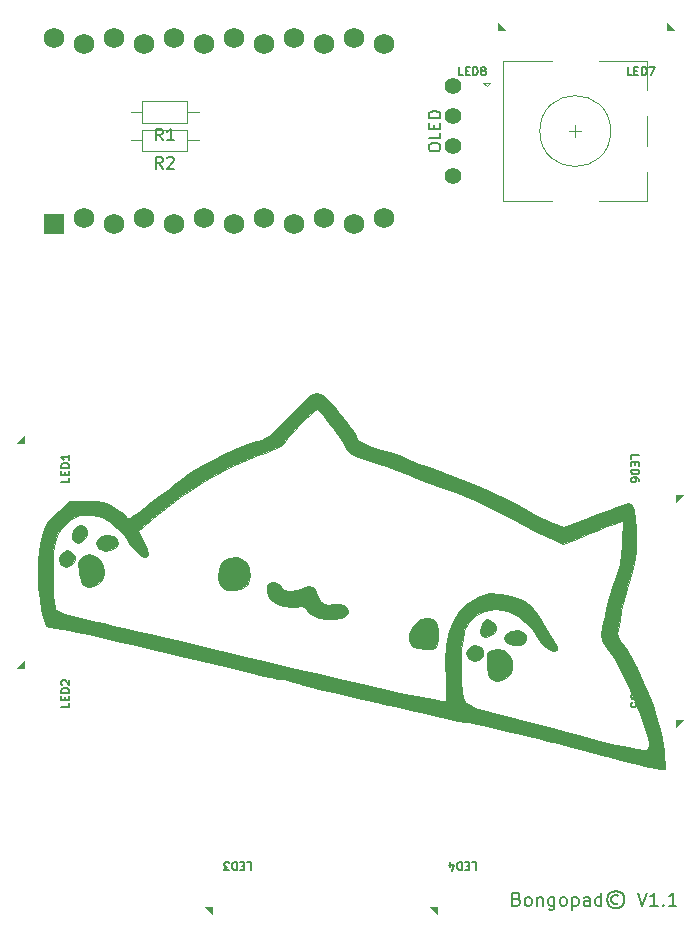
<source format=gbr>
%TF.GenerationSoftware,KiCad,Pcbnew,9.0.3*%
%TF.CreationDate,2025-07-17T06:47:07+08:00*%
%TF.ProjectId,bongopad,626f6e67-6f70-4616-942e-6b696361645f,v1.1*%
%TF.SameCoordinates,Original*%
%TF.FileFunction,Legend,Top*%
%TF.FilePolarity,Positive*%
%FSLAX46Y46*%
G04 Gerber Fmt 4.6, Leading zero omitted, Abs format (unit mm)*
G04 Created by KiCad (PCBNEW 9.0.3) date 2025-07-17 06:47:07*
%MOMM*%
%LPD*%
G01*
G04 APERTURE LIST*
%ADD10C,0.200000*%
%ADD11C,0.150000*%
%ADD12C,0.010000*%
%ADD13C,0.100000*%
%ADD14C,0.120000*%
%ADD15C,1.397000*%
%ADD16R,1.752600X1.752600*%
%ADD17C,1.752600*%
G04 APERTURE END LIST*
D10*
X165696131Y-142003540D02*
X165853274Y-142055921D01*
X165853274Y-142055921D02*
X165905655Y-142108302D01*
X165905655Y-142108302D02*
X165958036Y-142213064D01*
X165958036Y-142213064D02*
X165958036Y-142370207D01*
X165958036Y-142370207D02*
X165905655Y-142474969D01*
X165905655Y-142474969D02*
X165853274Y-142527350D01*
X165853274Y-142527350D02*
X165748512Y-142579730D01*
X165748512Y-142579730D02*
X165329464Y-142579730D01*
X165329464Y-142579730D02*
X165329464Y-141479730D01*
X165329464Y-141479730D02*
X165696131Y-141479730D01*
X165696131Y-141479730D02*
X165800893Y-141532111D01*
X165800893Y-141532111D02*
X165853274Y-141584492D01*
X165853274Y-141584492D02*
X165905655Y-141689254D01*
X165905655Y-141689254D02*
X165905655Y-141794016D01*
X165905655Y-141794016D02*
X165853274Y-141898778D01*
X165853274Y-141898778D02*
X165800893Y-141951159D01*
X165800893Y-141951159D02*
X165696131Y-142003540D01*
X165696131Y-142003540D02*
X165329464Y-142003540D01*
X166586607Y-142579730D02*
X166481845Y-142527350D01*
X166481845Y-142527350D02*
X166429464Y-142474969D01*
X166429464Y-142474969D02*
X166377083Y-142370207D01*
X166377083Y-142370207D02*
X166377083Y-142055921D01*
X166377083Y-142055921D02*
X166429464Y-141951159D01*
X166429464Y-141951159D02*
X166481845Y-141898778D01*
X166481845Y-141898778D02*
X166586607Y-141846397D01*
X166586607Y-141846397D02*
X166743750Y-141846397D01*
X166743750Y-141846397D02*
X166848512Y-141898778D01*
X166848512Y-141898778D02*
X166900893Y-141951159D01*
X166900893Y-141951159D02*
X166953274Y-142055921D01*
X166953274Y-142055921D02*
X166953274Y-142370207D01*
X166953274Y-142370207D02*
X166900893Y-142474969D01*
X166900893Y-142474969D02*
X166848512Y-142527350D01*
X166848512Y-142527350D02*
X166743750Y-142579730D01*
X166743750Y-142579730D02*
X166586607Y-142579730D01*
X167424702Y-141846397D02*
X167424702Y-142579730D01*
X167424702Y-141951159D02*
X167477083Y-141898778D01*
X167477083Y-141898778D02*
X167581845Y-141846397D01*
X167581845Y-141846397D02*
X167738988Y-141846397D01*
X167738988Y-141846397D02*
X167843750Y-141898778D01*
X167843750Y-141898778D02*
X167896131Y-142003540D01*
X167896131Y-142003540D02*
X167896131Y-142579730D01*
X168891369Y-141846397D02*
X168891369Y-142736873D01*
X168891369Y-142736873D02*
X168838988Y-142841635D01*
X168838988Y-142841635D02*
X168786607Y-142894016D01*
X168786607Y-142894016D02*
X168681845Y-142946397D01*
X168681845Y-142946397D02*
X168524702Y-142946397D01*
X168524702Y-142946397D02*
X168419940Y-142894016D01*
X168891369Y-142527350D02*
X168786607Y-142579730D01*
X168786607Y-142579730D02*
X168577083Y-142579730D01*
X168577083Y-142579730D02*
X168472321Y-142527350D01*
X168472321Y-142527350D02*
X168419940Y-142474969D01*
X168419940Y-142474969D02*
X168367559Y-142370207D01*
X168367559Y-142370207D02*
X168367559Y-142055921D01*
X168367559Y-142055921D02*
X168419940Y-141951159D01*
X168419940Y-141951159D02*
X168472321Y-141898778D01*
X168472321Y-141898778D02*
X168577083Y-141846397D01*
X168577083Y-141846397D02*
X168786607Y-141846397D01*
X168786607Y-141846397D02*
X168891369Y-141898778D01*
X169572321Y-142579730D02*
X169467559Y-142527350D01*
X169467559Y-142527350D02*
X169415178Y-142474969D01*
X169415178Y-142474969D02*
X169362797Y-142370207D01*
X169362797Y-142370207D02*
X169362797Y-142055921D01*
X169362797Y-142055921D02*
X169415178Y-141951159D01*
X169415178Y-141951159D02*
X169467559Y-141898778D01*
X169467559Y-141898778D02*
X169572321Y-141846397D01*
X169572321Y-141846397D02*
X169729464Y-141846397D01*
X169729464Y-141846397D02*
X169834226Y-141898778D01*
X169834226Y-141898778D02*
X169886607Y-141951159D01*
X169886607Y-141951159D02*
X169938988Y-142055921D01*
X169938988Y-142055921D02*
X169938988Y-142370207D01*
X169938988Y-142370207D02*
X169886607Y-142474969D01*
X169886607Y-142474969D02*
X169834226Y-142527350D01*
X169834226Y-142527350D02*
X169729464Y-142579730D01*
X169729464Y-142579730D02*
X169572321Y-142579730D01*
X170410416Y-141846397D02*
X170410416Y-142946397D01*
X170410416Y-141898778D02*
X170515178Y-141846397D01*
X170515178Y-141846397D02*
X170724702Y-141846397D01*
X170724702Y-141846397D02*
X170829464Y-141898778D01*
X170829464Y-141898778D02*
X170881845Y-141951159D01*
X170881845Y-141951159D02*
X170934226Y-142055921D01*
X170934226Y-142055921D02*
X170934226Y-142370207D01*
X170934226Y-142370207D02*
X170881845Y-142474969D01*
X170881845Y-142474969D02*
X170829464Y-142527350D01*
X170829464Y-142527350D02*
X170724702Y-142579730D01*
X170724702Y-142579730D02*
X170515178Y-142579730D01*
X170515178Y-142579730D02*
X170410416Y-142527350D01*
X171877083Y-142579730D02*
X171877083Y-142003540D01*
X171877083Y-142003540D02*
X171824702Y-141898778D01*
X171824702Y-141898778D02*
X171719940Y-141846397D01*
X171719940Y-141846397D02*
X171510416Y-141846397D01*
X171510416Y-141846397D02*
X171405654Y-141898778D01*
X171877083Y-142527350D02*
X171772321Y-142579730D01*
X171772321Y-142579730D02*
X171510416Y-142579730D01*
X171510416Y-142579730D02*
X171405654Y-142527350D01*
X171405654Y-142527350D02*
X171353273Y-142422588D01*
X171353273Y-142422588D02*
X171353273Y-142317826D01*
X171353273Y-142317826D02*
X171405654Y-142213064D01*
X171405654Y-142213064D02*
X171510416Y-142160683D01*
X171510416Y-142160683D02*
X171772321Y-142160683D01*
X171772321Y-142160683D02*
X171877083Y-142108302D01*
X172872321Y-142579730D02*
X172872321Y-141479730D01*
X172872321Y-142527350D02*
X172767559Y-142579730D01*
X172767559Y-142579730D02*
X172558035Y-142579730D01*
X172558035Y-142579730D02*
X172453273Y-142527350D01*
X172453273Y-142527350D02*
X172400892Y-142474969D01*
X172400892Y-142474969D02*
X172348511Y-142370207D01*
X172348511Y-142370207D02*
X172348511Y-142055921D01*
X172348511Y-142055921D02*
X172400892Y-141951159D01*
X172400892Y-141951159D02*
X172453273Y-141898778D01*
X172453273Y-141898778D02*
X172558035Y-141846397D01*
X172558035Y-141846397D02*
X172767559Y-141846397D01*
X172767559Y-141846397D02*
X172872321Y-141898778D01*
X174286606Y-141741635D02*
X174181845Y-141689254D01*
X174181845Y-141689254D02*
X173972321Y-141689254D01*
X173972321Y-141689254D02*
X173867559Y-141741635D01*
X173867559Y-141741635D02*
X173762797Y-141846397D01*
X173762797Y-141846397D02*
X173710416Y-141951159D01*
X173710416Y-141951159D02*
X173710416Y-142160683D01*
X173710416Y-142160683D02*
X173762797Y-142265445D01*
X173762797Y-142265445D02*
X173867559Y-142370207D01*
X173867559Y-142370207D02*
X173972321Y-142422588D01*
X173972321Y-142422588D02*
X174181845Y-142422588D01*
X174181845Y-142422588D02*
X174286606Y-142370207D01*
X174077083Y-141322588D02*
X173815178Y-141374969D01*
X173815178Y-141374969D02*
X173553273Y-141532111D01*
X173553273Y-141532111D02*
X173396130Y-141794016D01*
X173396130Y-141794016D02*
X173343749Y-142055921D01*
X173343749Y-142055921D02*
X173396130Y-142317826D01*
X173396130Y-142317826D02*
X173553273Y-142579730D01*
X173553273Y-142579730D02*
X173815178Y-142736873D01*
X173815178Y-142736873D02*
X174077083Y-142789254D01*
X174077083Y-142789254D02*
X174338987Y-142736873D01*
X174338987Y-142736873D02*
X174600892Y-142579730D01*
X174600892Y-142579730D02*
X174758035Y-142317826D01*
X174758035Y-142317826D02*
X174810416Y-142055921D01*
X174810416Y-142055921D02*
X174758035Y-141794016D01*
X174758035Y-141794016D02*
X174600892Y-141532111D01*
X174600892Y-141532111D02*
X174338987Y-141374969D01*
X174338987Y-141374969D02*
X174077083Y-141322588D01*
X175962796Y-141479730D02*
X176329463Y-142579730D01*
X176329463Y-142579730D02*
X176696130Y-141479730D01*
X177638987Y-142579730D02*
X177010415Y-142579730D01*
X177324701Y-142579730D02*
X177324701Y-141479730D01*
X177324701Y-141479730D02*
X177219939Y-141636873D01*
X177219939Y-141636873D02*
X177115177Y-141741635D01*
X177115177Y-141741635D02*
X177010415Y-141794016D01*
X178110415Y-142474969D02*
X178162796Y-142527350D01*
X178162796Y-142527350D02*
X178110415Y-142579730D01*
X178110415Y-142579730D02*
X178058034Y-142527350D01*
X178058034Y-142527350D02*
X178110415Y-142474969D01*
X178110415Y-142474969D02*
X178110415Y-142579730D01*
X179210416Y-142579730D02*
X178581844Y-142579730D01*
X178896130Y-142579730D02*
X178896130Y-141479730D01*
X178896130Y-141479730D02*
X178791368Y-141636873D01*
X178791368Y-141636873D02*
X178686606Y-141741635D01*
X178686606Y-141741635D02*
X178581844Y-141794016D01*
D11*
X158242319Y-78446130D02*
X158242319Y-78255654D01*
X158242319Y-78255654D02*
X158289938Y-78160416D01*
X158289938Y-78160416D02*
X158385176Y-78065178D01*
X158385176Y-78065178D02*
X158575652Y-78017559D01*
X158575652Y-78017559D02*
X158908985Y-78017559D01*
X158908985Y-78017559D02*
X159099461Y-78065178D01*
X159099461Y-78065178D02*
X159194700Y-78160416D01*
X159194700Y-78160416D02*
X159242319Y-78255654D01*
X159242319Y-78255654D02*
X159242319Y-78446130D01*
X159242319Y-78446130D02*
X159194700Y-78541368D01*
X159194700Y-78541368D02*
X159099461Y-78636606D01*
X159099461Y-78636606D02*
X158908985Y-78684225D01*
X158908985Y-78684225D02*
X158575652Y-78684225D01*
X158575652Y-78684225D02*
X158385176Y-78636606D01*
X158385176Y-78636606D02*
X158289938Y-78541368D01*
X158289938Y-78541368D02*
X158242319Y-78446130D01*
X159242319Y-77112797D02*
X159242319Y-77588987D01*
X159242319Y-77588987D02*
X158242319Y-77588987D01*
X158718509Y-76779463D02*
X158718509Y-76446130D01*
X159242319Y-76303273D02*
X159242319Y-76779463D01*
X159242319Y-76779463D02*
X158242319Y-76779463D01*
X158242319Y-76779463D02*
X158242319Y-76303273D01*
X159242319Y-75874701D02*
X158242319Y-75874701D01*
X158242319Y-75874701D02*
X158242319Y-75636606D01*
X158242319Y-75636606D02*
X158289938Y-75493749D01*
X158289938Y-75493749D02*
X158385176Y-75398511D01*
X158385176Y-75398511D02*
X158480414Y-75350892D01*
X158480414Y-75350892D02*
X158670890Y-75303273D01*
X158670890Y-75303273D02*
X158813747Y-75303273D01*
X158813747Y-75303273D02*
X159004223Y-75350892D01*
X159004223Y-75350892D02*
X159099461Y-75398511D01*
X159099461Y-75398511D02*
X159194700Y-75493749D01*
X159194700Y-75493749D02*
X159242319Y-75636606D01*
X159242319Y-75636606D02*
X159242319Y-75874701D01*
X127828533Y-106352083D02*
X127828533Y-106685416D01*
X127828533Y-106685416D02*
X127128533Y-106685416D01*
X127461866Y-106118749D02*
X127461866Y-105885416D01*
X127828533Y-105785416D02*
X127828533Y-106118749D01*
X127828533Y-106118749D02*
X127128533Y-106118749D01*
X127128533Y-106118749D02*
X127128533Y-105785416D01*
X127828533Y-105485416D02*
X127128533Y-105485416D01*
X127128533Y-105485416D02*
X127128533Y-105318749D01*
X127128533Y-105318749D02*
X127161866Y-105218749D01*
X127161866Y-105218749D02*
X127228533Y-105152083D01*
X127228533Y-105152083D02*
X127295200Y-105118749D01*
X127295200Y-105118749D02*
X127428533Y-105085416D01*
X127428533Y-105085416D02*
X127528533Y-105085416D01*
X127528533Y-105085416D02*
X127661866Y-105118749D01*
X127661866Y-105118749D02*
X127728533Y-105152083D01*
X127728533Y-105152083D02*
X127795200Y-105218749D01*
X127795200Y-105218749D02*
X127828533Y-105318749D01*
X127828533Y-105318749D02*
X127828533Y-105485416D01*
X127828533Y-104418749D02*
X127828533Y-104818749D01*
X127828533Y-104618749D02*
X127128533Y-104618749D01*
X127128533Y-104618749D02*
X127228533Y-104685416D01*
X127228533Y-104685416D02*
X127295200Y-104752083D01*
X127295200Y-104752083D02*
X127328533Y-104818749D01*
X161914583Y-138871466D02*
X162247916Y-138871466D01*
X162247916Y-138871466D02*
X162247916Y-139571466D01*
X161681249Y-139238133D02*
X161447916Y-139238133D01*
X161347916Y-138871466D02*
X161681249Y-138871466D01*
X161681249Y-138871466D02*
X161681249Y-139571466D01*
X161681249Y-139571466D02*
X161347916Y-139571466D01*
X161047916Y-138871466D02*
X161047916Y-139571466D01*
X161047916Y-139571466D02*
X160881249Y-139571466D01*
X160881249Y-139571466D02*
X160781249Y-139538133D01*
X160781249Y-139538133D02*
X160714583Y-139471466D01*
X160714583Y-139471466D02*
X160681249Y-139404800D01*
X160681249Y-139404800D02*
X160647916Y-139271466D01*
X160647916Y-139271466D02*
X160647916Y-139171466D01*
X160647916Y-139171466D02*
X160681249Y-139038133D01*
X160681249Y-139038133D02*
X160714583Y-138971466D01*
X160714583Y-138971466D02*
X160781249Y-138904800D01*
X160781249Y-138904800D02*
X160881249Y-138871466D01*
X160881249Y-138871466D02*
X161047916Y-138871466D01*
X160047916Y-139338133D02*
X160047916Y-138871466D01*
X160214583Y-139604800D02*
X160381249Y-139104800D01*
X160381249Y-139104800D02*
X159947916Y-139104800D01*
X175383966Y-123835417D02*
X175383966Y-123502083D01*
X175383966Y-123502083D02*
X176083966Y-123502083D01*
X175750633Y-124068750D02*
X175750633Y-124302084D01*
X175383966Y-124402084D02*
X175383966Y-124068750D01*
X175383966Y-124068750D02*
X176083966Y-124068750D01*
X176083966Y-124068750D02*
X176083966Y-124402084D01*
X175383966Y-124702083D02*
X176083966Y-124702083D01*
X176083966Y-124702083D02*
X176083966Y-124868750D01*
X176083966Y-124868750D02*
X176050633Y-124968750D01*
X176050633Y-124968750D02*
X175983966Y-125035417D01*
X175983966Y-125035417D02*
X175917300Y-125068750D01*
X175917300Y-125068750D02*
X175783966Y-125102083D01*
X175783966Y-125102083D02*
X175683966Y-125102083D01*
X175683966Y-125102083D02*
X175550633Y-125068750D01*
X175550633Y-125068750D02*
X175483966Y-125035417D01*
X175483966Y-125035417D02*
X175417300Y-124968750D01*
X175417300Y-124968750D02*
X175383966Y-124868750D01*
X175383966Y-124868750D02*
X175383966Y-124702083D01*
X176083966Y-125735417D02*
X176083966Y-125402083D01*
X176083966Y-125402083D02*
X175750633Y-125368750D01*
X175750633Y-125368750D02*
X175783966Y-125402083D01*
X175783966Y-125402083D02*
X175817300Y-125468750D01*
X175817300Y-125468750D02*
X175817300Y-125635417D01*
X175817300Y-125635417D02*
X175783966Y-125702083D01*
X175783966Y-125702083D02*
X175750633Y-125735417D01*
X175750633Y-125735417D02*
X175683966Y-125768750D01*
X175683966Y-125768750D02*
X175517300Y-125768750D01*
X175517300Y-125768750D02*
X175450633Y-125735417D01*
X175450633Y-125735417D02*
X175417300Y-125702083D01*
X175417300Y-125702083D02*
X175383966Y-125635417D01*
X175383966Y-125635417D02*
X175383966Y-125468750D01*
X175383966Y-125468750D02*
X175417300Y-125402083D01*
X175417300Y-125402083D02*
X175450633Y-125368750D01*
X175383966Y-104785417D02*
X175383966Y-104452083D01*
X175383966Y-104452083D02*
X176083966Y-104452083D01*
X175750633Y-105018750D02*
X175750633Y-105252084D01*
X175383966Y-105352084D02*
X175383966Y-105018750D01*
X175383966Y-105018750D02*
X176083966Y-105018750D01*
X176083966Y-105018750D02*
X176083966Y-105352084D01*
X175383966Y-105652083D02*
X176083966Y-105652083D01*
X176083966Y-105652083D02*
X176083966Y-105818750D01*
X176083966Y-105818750D02*
X176050633Y-105918750D01*
X176050633Y-105918750D02*
X175983966Y-105985417D01*
X175983966Y-105985417D02*
X175917300Y-106018750D01*
X175917300Y-106018750D02*
X175783966Y-106052083D01*
X175783966Y-106052083D02*
X175683966Y-106052083D01*
X175683966Y-106052083D02*
X175550633Y-106018750D01*
X175550633Y-106018750D02*
X175483966Y-105985417D01*
X175483966Y-105985417D02*
X175417300Y-105918750D01*
X175417300Y-105918750D02*
X175383966Y-105818750D01*
X175383966Y-105818750D02*
X175383966Y-105652083D01*
X176083966Y-106652083D02*
X176083966Y-106518750D01*
X176083966Y-106518750D02*
X176050633Y-106452083D01*
X176050633Y-106452083D02*
X176017300Y-106418750D01*
X176017300Y-106418750D02*
X175917300Y-106352083D01*
X175917300Y-106352083D02*
X175783966Y-106318750D01*
X175783966Y-106318750D02*
X175517300Y-106318750D01*
X175517300Y-106318750D02*
X175450633Y-106352083D01*
X175450633Y-106352083D02*
X175417300Y-106385417D01*
X175417300Y-106385417D02*
X175383966Y-106452083D01*
X175383966Y-106452083D02*
X175383966Y-106585417D01*
X175383966Y-106585417D02*
X175417300Y-106652083D01*
X175417300Y-106652083D02*
X175450633Y-106685417D01*
X175450633Y-106685417D02*
X175517300Y-106718750D01*
X175517300Y-106718750D02*
X175683966Y-106718750D01*
X175683966Y-106718750D02*
X175750633Y-106685417D01*
X175750633Y-106685417D02*
X175783966Y-106652083D01*
X175783966Y-106652083D02*
X175817300Y-106585417D01*
X175817300Y-106585417D02*
X175817300Y-106452083D01*
X175817300Y-106452083D02*
X175783966Y-106385417D01*
X175783966Y-106385417D02*
X175750633Y-106352083D01*
X175750633Y-106352083D02*
X175683966Y-106318750D01*
X175429167Y-72266033D02*
X175095833Y-72266033D01*
X175095833Y-72266033D02*
X175095833Y-71566033D01*
X175662500Y-71899366D02*
X175895834Y-71899366D01*
X175995834Y-72266033D02*
X175662500Y-72266033D01*
X175662500Y-72266033D02*
X175662500Y-71566033D01*
X175662500Y-71566033D02*
X175995834Y-71566033D01*
X176295833Y-72266033D02*
X176295833Y-71566033D01*
X176295833Y-71566033D02*
X176462500Y-71566033D01*
X176462500Y-71566033D02*
X176562500Y-71599366D01*
X176562500Y-71599366D02*
X176629167Y-71666033D01*
X176629167Y-71666033D02*
X176662500Y-71732700D01*
X176662500Y-71732700D02*
X176695833Y-71866033D01*
X176695833Y-71866033D02*
X176695833Y-71966033D01*
X176695833Y-71966033D02*
X176662500Y-72099366D01*
X176662500Y-72099366D02*
X176629167Y-72166033D01*
X176629167Y-72166033D02*
X176562500Y-72232700D01*
X176562500Y-72232700D02*
X176462500Y-72266033D01*
X176462500Y-72266033D02*
X176295833Y-72266033D01*
X176929167Y-71566033D02*
X177395833Y-71566033D01*
X177395833Y-71566033D02*
X177095833Y-72266033D01*
X161141667Y-72266033D02*
X160808333Y-72266033D01*
X160808333Y-72266033D02*
X160808333Y-71566033D01*
X161375000Y-71899366D02*
X161608334Y-71899366D01*
X161708334Y-72266033D02*
X161375000Y-72266033D01*
X161375000Y-72266033D02*
X161375000Y-71566033D01*
X161375000Y-71566033D02*
X161708334Y-71566033D01*
X162008333Y-72266033D02*
X162008333Y-71566033D01*
X162008333Y-71566033D02*
X162175000Y-71566033D01*
X162175000Y-71566033D02*
X162275000Y-71599366D01*
X162275000Y-71599366D02*
X162341667Y-71666033D01*
X162341667Y-71666033D02*
X162375000Y-71732700D01*
X162375000Y-71732700D02*
X162408333Y-71866033D01*
X162408333Y-71866033D02*
X162408333Y-71966033D01*
X162408333Y-71966033D02*
X162375000Y-72099366D01*
X162375000Y-72099366D02*
X162341667Y-72166033D01*
X162341667Y-72166033D02*
X162275000Y-72232700D01*
X162275000Y-72232700D02*
X162175000Y-72266033D01*
X162175000Y-72266033D02*
X162008333Y-72266033D01*
X162808333Y-71866033D02*
X162741667Y-71832700D01*
X162741667Y-71832700D02*
X162708333Y-71799366D01*
X162708333Y-71799366D02*
X162675000Y-71732700D01*
X162675000Y-71732700D02*
X162675000Y-71699366D01*
X162675000Y-71699366D02*
X162708333Y-71632700D01*
X162708333Y-71632700D02*
X162741667Y-71599366D01*
X162741667Y-71599366D02*
X162808333Y-71566033D01*
X162808333Y-71566033D02*
X162941667Y-71566033D01*
X162941667Y-71566033D02*
X163008333Y-71599366D01*
X163008333Y-71599366D02*
X163041667Y-71632700D01*
X163041667Y-71632700D02*
X163075000Y-71699366D01*
X163075000Y-71699366D02*
X163075000Y-71732700D01*
X163075000Y-71732700D02*
X163041667Y-71799366D01*
X163041667Y-71799366D02*
X163008333Y-71832700D01*
X163008333Y-71832700D02*
X162941667Y-71866033D01*
X162941667Y-71866033D02*
X162808333Y-71866033D01*
X162808333Y-71866033D02*
X162741667Y-71899366D01*
X162741667Y-71899366D02*
X162708333Y-71932700D01*
X162708333Y-71932700D02*
X162675000Y-71999366D01*
X162675000Y-71999366D02*
X162675000Y-72132700D01*
X162675000Y-72132700D02*
X162708333Y-72199366D01*
X162708333Y-72199366D02*
X162741667Y-72232700D01*
X162741667Y-72232700D02*
X162808333Y-72266033D01*
X162808333Y-72266033D02*
X162941667Y-72266033D01*
X162941667Y-72266033D02*
X163008333Y-72232700D01*
X163008333Y-72232700D02*
X163041667Y-72199366D01*
X163041667Y-72199366D02*
X163075000Y-72132700D01*
X163075000Y-72132700D02*
X163075000Y-71999366D01*
X163075000Y-71999366D02*
X163041667Y-71932700D01*
X163041667Y-71932700D02*
X163008333Y-71899366D01*
X163008333Y-71899366D02*
X162941667Y-71866033D01*
X142864583Y-138871466D02*
X143197916Y-138871466D01*
X143197916Y-138871466D02*
X143197916Y-139571466D01*
X142631249Y-139238133D02*
X142397916Y-139238133D01*
X142297916Y-138871466D02*
X142631249Y-138871466D01*
X142631249Y-138871466D02*
X142631249Y-139571466D01*
X142631249Y-139571466D02*
X142297916Y-139571466D01*
X141997916Y-138871466D02*
X141997916Y-139571466D01*
X141997916Y-139571466D02*
X141831249Y-139571466D01*
X141831249Y-139571466D02*
X141731249Y-139538133D01*
X141731249Y-139538133D02*
X141664583Y-139471466D01*
X141664583Y-139471466D02*
X141631249Y-139404800D01*
X141631249Y-139404800D02*
X141597916Y-139271466D01*
X141597916Y-139271466D02*
X141597916Y-139171466D01*
X141597916Y-139171466D02*
X141631249Y-139038133D01*
X141631249Y-139038133D02*
X141664583Y-138971466D01*
X141664583Y-138971466D02*
X141731249Y-138904800D01*
X141731249Y-138904800D02*
X141831249Y-138871466D01*
X141831249Y-138871466D02*
X141997916Y-138871466D01*
X141364583Y-139571466D02*
X140931249Y-139571466D01*
X140931249Y-139571466D02*
X141164583Y-139304800D01*
X141164583Y-139304800D02*
X141064583Y-139304800D01*
X141064583Y-139304800D02*
X140997916Y-139271466D01*
X140997916Y-139271466D02*
X140964583Y-139238133D01*
X140964583Y-139238133D02*
X140931249Y-139171466D01*
X140931249Y-139171466D02*
X140931249Y-139004800D01*
X140931249Y-139004800D02*
X140964583Y-138938133D01*
X140964583Y-138938133D02*
X140997916Y-138904800D01*
X140997916Y-138904800D02*
X141064583Y-138871466D01*
X141064583Y-138871466D02*
X141264583Y-138871466D01*
X141264583Y-138871466D02*
X141331249Y-138904800D01*
X141331249Y-138904800D02*
X141364583Y-138938133D01*
X127828533Y-125402083D02*
X127828533Y-125735416D01*
X127828533Y-125735416D02*
X127128533Y-125735416D01*
X127461866Y-125168749D02*
X127461866Y-124935416D01*
X127828533Y-124835416D02*
X127828533Y-125168749D01*
X127828533Y-125168749D02*
X127128533Y-125168749D01*
X127128533Y-125168749D02*
X127128533Y-124835416D01*
X127828533Y-124535416D02*
X127128533Y-124535416D01*
X127128533Y-124535416D02*
X127128533Y-124368749D01*
X127128533Y-124368749D02*
X127161866Y-124268749D01*
X127161866Y-124268749D02*
X127228533Y-124202083D01*
X127228533Y-124202083D02*
X127295200Y-124168749D01*
X127295200Y-124168749D02*
X127428533Y-124135416D01*
X127428533Y-124135416D02*
X127528533Y-124135416D01*
X127528533Y-124135416D02*
X127661866Y-124168749D01*
X127661866Y-124168749D02*
X127728533Y-124202083D01*
X127728533Y-124202083D02*
X127795200Y-124268749D01*
X127795200Y-124268749D02*
X127828533Y-124368749D01*
X127828533Y-124368749D02*
X127828533Y-124535416D01*
X127195200Y-123868749D02*
X127161866Y-123835416D01*
X127161866Y-123835416D02*
X127128533Y-123768749D01*
X127128533Y-123768749D02*
X127128533Y-123602083D01*
X127128533Y-123602083D02*
X127161866Y-123535416D01*
X127161866Y-123535416D02*
X127195200Y-123502083D01*
X127195200Y-123502083D02*
X127261866Y-123468749D01*
X127261866Y-123468749D02*
X127328533Y-123468749D01*
X127328533Y-123468749D02*
X127428533Y-123502083D01*
X127428533Y-123502083D02*
X127828533Y-123902083D01*
X127828533Y-123902083D02*
X127828533Y-123468749D01*
X135723333Y-80162319D02*
X135390000Y-79686128D01*
X135151905Y-80162319D02*
X135151905Y-79162319D01*
X135151905Y-79162319D02*
X135532857Y-79162319D01*
X135532857Y-79162319D02*
X135628095Y-79209938D01*
X135628095Y-79209938D02*
X135675714Y-79257557D01*
X135675714Y-79257557D02*
X135723333Y-79352795D01*
X135723333Y-79352795D02*
X135723333Y-79495652D01*
X135723333Y-79495652D02*
X135675714Y-79590890D01*
X135675714Y-79590890D02*
X135628095Y-79638509D01*
X135628095Y-79638509D02*
X135532857Y-79686128D01*
X135532857Y-79686128D02*
X135151905Y-79686128D01*
X136104286Y-79257557D02*
X136151905Y-79209938D01*
X136151905Y-79209938D02*
X136247143Y-79162319D01*
X136247143Y-79162319D02*
X136485238Y-79162319D01*
X136485238Y-79162319D02*
X136580476Y-79209938D01*
X136580476Y-79209938D02*
X136628095Y-79257557D01*
X136628095Y-79257557D02*
X136675714Y-79352795D01*
X136675714Y-79352795D02*
X136675714Y-79448033D01*
X136675714Y-79448033D02*
X136628095Y-79590890D01*
X136628095Y-79590890D02*
X136056667Y-80162319D01*
X136056667Y-80162319D02*
X136675714Y-80162319D01*
X135723333Y-77781069D02*
X135390000Y-77304878D01*
X135151905Y-77781069D02*
X135151905Y-76781069D01*
X135151905Y-76781069D02*
X135532857Y-76781069D01*
X135532857Y-76781069D02*
X135628095Y-76828688D01*
X135628095Y-76828688D02*
X135675714Y-76876307D01*
X135675714Y-76876307D02*
X135723333Y-76971545D01*
X135723333Y-76971545D02*
X135723333Y-77114402D01*
X135723333Y-77114402D02*
X135675714Y-77209640D01*
X135675714Y-77209640D02*
X135628095Y-77257259D01*
X135628095Y-77257259D02*
X135532857Y-77304878D01*
X135532857Y-77304878D02*
X135151905Y-77304878D01*
X136675714Y-77781069D02*
X136104286Y-77781069D01*
X136390000Y-77781069D02*
X136390000Y-76781069D01*
X136390000Y-76781069D02*
X136294762Y-76923926D01*
X136294762Y-76923926D02*
X136199524Y-77019164D01*
X136199524Y-77019164D02*
X136104286Y-77066783D01*
D12*
%TO.C,G\u002A\u002A\u002A*%
X142561800Y-113277925D02*
X142771399Y-113453664D01*
X143063857Y-113987399D01*
X143129819Y-114630767D01*
X142964063Y-115237019D01*
X142841519Y-115424324D01*
X142395715Y-115740249D01*
X141793991Y-115889138D01*
X141185190Y-115851658D01*
X140811250Y-115688012D01*
X140522293Y-115292367D01*
X140405037Y-114728832D01*
X140458885Y-114121081D01*
X140683237Y-113592787D01*
X140822164Y-113429934D01*
X141367545Y-113120837D01*
X141987948Y-113070661D01*
X142561800Y-113277925D01*
G36*
X142561800Y-113277925D02*
G01*
X142771399Y-113453664D01*
X143063857Y-113987399D01*
X143129819Y-114630767D01*
X142964063Y-115237019D01*
X142841519Y-115424324D01*
X142395715Y-115740249D01*
X141793991Y-115889138D01*
X141185190Y-115851658D01*
X140811250Y-115688012D01*
X140522293Y-115292367D01*
X140405037Y-114728832D01*
X140458885Y-114121081D01*
X140683237Y-113592787D01*
X140822164Y-113429934D01*
X141367545Y-113120837D01*
X141987948Y-113070661D01*
X142561800Y-113277925D01*
G37*
X166252022Y-119397398D02*
X166491297Y-119677006D01*
X166491078Y-120032054D01*
X166304383Y-120309217D01*
X165951094Y-120471863D01*
X165465625Y-120500934D01*
X165016429Y-120401272D01*
X164821001Y-120266551D01*
X164660374Y-119878201D01*
X164809994Y-119536497D01*
X165241691Y-119301147D01*
X165281581Y-119290241D01*
X165829902Y-119249665D01*
X166252022Y-119397398D01*
G36*
X166252022Y-119397398D02*
G01*
X166491297Y-119677006D01*
X166491078Y-120032054D01*
X166304383Y-120309217D01*
X165951094Y-120471863D01*
X165465625Y-120500934D01*
X165016429Y-120401272D01*
X164821001Y-120266551D01*
X164660374Y-119878201D01*
X164809994Y-119536497D01*
X165241691Y-119301147D01*
X165281581Y-119290241D01*
X165829902Y-119249665D01*
X166252022Y-119397398D01*
G37*
X131578533Y-111297918D02*
X131890300Y-111555712D01*
X131932067Y-111914404D01*
X131697488Y-112287655D01*
X131300906Y-112497546D01*
X130805154Y-112541638D01*
X130380539Y-112412243D01*
X130304117Y-112350550D01*
X130092410Y-111963988D01*
X130169036Y-111594938D01*
X130488153Y-111315892D01*
X131003919Y-111199346D01*
X131032250Y-111199083D01*
X131578533Y-111297918D01*
G36*
X131578533Y-111297918D02*
G01*
X131890300Y-111555712D01*
X131932067Y-111914404D01*
X131697488Y-112287655D01*
X131300906Y-112497546D01*
X130805154Y-112541638D01*
X130380539Y-112412243D01*
X130304117Y-112350550D01*
X130092410Y-111963988D01*
X130169036Y-111594938D01*
X130488153Y-111315892D01*
X131003919Y-111199346D01*
X131032250Y-111199083D01*
X131578533Y-111297918D01*
G37*
X127859426Y-112532503D02*
X128068917Y-112723083D01*
X128308022Y-113009804D01*
X128309962Y-113243881D01*
X128188923Y-113455162D01*
X127830216Y-113786788D01*
X127421373Y-113867571D01*
X127071376Y-113676583D01*
X127066449Y-113670723D01*
X126909160Y-113260900D01*
X127065581Y-112847976D01*
X127336837Y-112603903D01*
X127626521Y-112458593D01*
X127859426Y-112532503D01*
G36*
X127859426Y-112532503D02*
G01*
X128068917Y-112723083D01*
X128308022Y-113009804D01*
X128309962Y-113243881D01*
X128188923Y-113455162D01*
X127830216Y-113786788D01*
X127421373Y-113867571D01*
X127071376Y-113676583D01*
X127066449Y-113670723D01*
X126909160Y-113260900D01*
X127065581Y-112847976D01*
X127336837Y-112603903D01*
X127626521Y-112458593D01*
X127859426Y-112532503D01*
G37*
X163553756Y-118441308D02*
X163822580Y-118733321D01*
X163965175Y-119039134D01*
X163967583Y-119073083D01*
X163832812Y-119424637D01*
X163508695Y-119698597D01*
X163115529Y-119832079D01*
X162773610Y-119762203D01*
X162725805Y-119722194D01*
X162609335Y-119399332D01*
X162679858Y-118972950D01*
X162884971Y-118574050D01*
X163172273Y-118333639D01*
X163290250Y-118311083D01*
X163553756Y-118441308D01*
G36*
X163553756Y-118441308D02*
G01*
X163822580Y-118733321D01*
X163965175Y-119039134D01*
X163967583Y-119073083D01*
X163832812Y-119424637D01*
X163508695Y-119698597D01*
X163115529Y-119832079D01*
X162773610Y-119762203D01*
X162725805Y-119722194D01*
X162609335Y-119399332D01*
X162679858Y-118972950D01*
X162884971Y-118574050D01*
X163172273Y-118333639D01*
X163290250Y-118311083D01*
X163553756Y-118441308D01*
G37*
X129080637Y-110460971D02*
X129298791Y-110755726D01*
X129307715Y-111171203D01*
X129177714Y-111464438D01*
X128829265Y-111791816D01*
X128447735Y-111854406D01*
X128131272Y-111642776D01*
X128085834Y-111569360D01*
X128028612Y-111149932D01*
X128203698Y-110723784D01*
X128538526Y-110431669D01*
X128696698Y-110384474D01*
X129080637Y-110460971D01*
G36*
X129080637Y-110460971D02*
G01*
X129298791Y-110755726D01*
X129307715Y-111171203D01*
X129177714Y-111464438D01*
X128829265Y-111791816D01*
X128447735Y-111854406D01*
X128131272Y-111642776D01*
X128085834Y-111569360D01*
X128028612Y-111149932D01*
X128203698Y-110723784D01*
X128538526Y-110431669D01*
X128696698Y-110384474D01*
X129080637Y-110460971D01*
G37*
X158582915Y-118296276D02*
X158725073Y-118401925D01*
X158926445Y-118757262D01*
X159042374Y-119297102D01*
X159065216Y-119887969D01*
X158987324Y-120396390D01*
X158853717Y-120647883D01*
X158492555Y-120813205D01*
X157957183Y-120859918D01*
X157387234Y-120796675D01*
X156922344Y-120632130D01*
X156777045Y-120519189D01*
X156554473Y-120066543D01*
X156583802Y-119559242D01*
X156810001Y-119057097D01*
X157178042Y-118619917D01*
X157632894Y-118307514D01*
X158119528Y-118179697D01*
X158582915Y-118296276D01*
G36*
X158582915Y-118296276D02*
G01*
X158725073Y-118401925D01*
X158926445Y-118757262D01*
X159042374Y-119297102D01*
X159065216Y-119887969D01*
X158987324Y-120396390D01*
X158853717Y-120647883D01*
X158492555Y-120813205D01*
X157957183Y-120859918D01*
X157387234Y-120796675D01*
X156922344Y-120632130D01*
X156777045Y-120519189D01*
X156554473Y-120066543D01*
X156583802Y-119559242D01*
X156810001Y-119057097D01*
X157178042Y-118619917D01*
X157632894Y-118307514D01*
X158119528Y-118179697D01*
X158582915Y-118296276D01*
G37*
X149030252Y-99216617D02*
X149365011Y-99424117D01*
X149741083Y-99786689D01*
X149764421Y-99811417D01*
X150194622Y-100292348D01*
X150674384Y-100865775D01*
X151153993Y-101467258D01*
X151583734Y-102032360D01*
X151913894Y-102496644D01*
X152094759Y-102795671D01*
X152114250Y-102857182D01*
X152262478Y-103147824D01*
X152715375Y-103440356D01*
X153485255Y-103741207D01*
X154237637Y-103965183D01*
X155006583Y-104192211D01*
X155733216Y-104436660D01*
X156296593Y-104656863D01*
X156438971Y-104723606D01*
X156825314Y-104895502D01*
X157461011Y-105150837D01*
X158275348Y-105462366D01*
X159197609Y-105802841D01*
X159818917Y-106025866D01*
X161549966Y-106666670D01*
X163054437Y-107287456D01*
X164437554Y-107936052D01*
X165804539Y-108660283D01*
X166543587Y-109082455D01*
X167274403Y-109485428D01*
X168031117Y-109864901D01*
X168672132Y-110150591D01*
X168780267Y-110192644D01*
X169710943Y-110540854D01*
X171707596Y-109758662D01*
X172533496Y-109433601D01*
X173301982Y-109128423D01*
X173926694Y-108877594D01*
X174318580Y-108716713D01*
X174833029Y-108535317D01*
X175212366Y-108511429D01*
X175477254Y-108678498D01*
X175648359Y-109069973D01*
X175746346Y-109719303D01*
X175791880Y-110659935D01*
X175799901Y-111114417D01*
X175757727Y-112658611D01*
X175578218Y-113988781D01*
X175245103Y-115207191D01*
X175077308Y-115656040D01*
X174829191Y-116384183D01*
X174629884Y-117160729D01*
X174547606Y-117634147D01*
X174451711Y-118278476D01*
X174331465Y-118877603D01*
X174268537Y-119117056D01*
X174188446Y-119510985D01*
X174272008Y-119825323D01*
X174559865Y-120215266D01*
X174922848Y-120734534D01*
X175363421Y-121500870D01*
X175846994Y-122441794D01*
X176338978Y-123484824D01*
X176804785Y-124557479D01*
X177209827Y-125587280D01*
X177442719Y-126256280D01*
X177901456Y-127970709D01*
X178127307Y-129515947D01*
X178240175Y-131011083D01*
X177834879Y-130998676D01*
X177489297Y-130949963D01*
X176921544Y-130831003D01*
X176235193Y-130664193D01*
X175990250Y-130599760D01*
X175120722Y-130372266D01*
X174175303Y-130134202D01*
X173346069Y-129933853D01*
X173280917Y-129918676D01*
X172576847Y-129746192D01*
X171679084Y-129513181D01*
X170718967Y-129254230D01*
X170063583Y-129071363D01*
X169178310Y-128827591D01*
X168297949Y-128598017D01*
X167537469Y-128411960D01*
X167100250Y-128315661D01*
X166365621Y-128157319D01*
X165606213Y-127976010D01*
X165237583Y-127879575D01*
X164233844Y-127616867D01*
X163221954Y-127375727D01*
X162303957Y-127178984D01*
X161581894Y-127049465D01*
X161437567Y-127029458D01*
X160699257Y-126909158D01*
X159697682Y-126704298D01*
X158493872Y-126427929D01*
X157617583Y-126212534D01*
X157067912Y-126078724D01*
X156284645Y-125894046D01*
X155364788Y-125681110D01*
X154405346Y-125462524D01*
X154230917Y-125423196D01*
X152596038Y-125054345D01*
X151254026Y-124749214D01*
X150167005Y-124498686D01*
X149297100Y-124293641D01*
X148606434Y-124124963D01*
X148057133Y-123983534D01*
X147611322Y-123860236D01*
X147231126Y-123745951D01*
X147128370Y-123713396D01*
X146533233Y-123540781D01*
X146022627Y-123423811D01*
X145763610Y-123391083D01*
X145439253Y-123352005D01*
X144888320Y-123247951D01*
X144212128Y-123098695D01*
X143976156Y-123042254D01*
X141322990Y-122400467D01*
X138401500Y-121704504D01*
X136874250Y-121344306D01*
X135903552Y-121114271D01*
X134721646Y-120831379D01*
X133446121Y-120523933D01*
X132194568Y-120220236D01*
X131540250Y-120060455D01*
X130467939Y-119805886D01*
X129411707Y-119569458D01*
X128454155Y-119368635D01*
X127677885Y-119220883D01*
X127252701Y-119153884D01*
X126630770Y-119064769D01*
X126142393Y-118978585D01*
X125883503Y-118912497D01*
X125872831Y-118906993D01*
X125724221Y-118660780D01*
X125572243Y-118145208D01*
X125427923Y-117429279D01*
X125302288Y-116581995D01*
X125206366Y-115672357D01*
X125151183Y-114769367D01*
X125143200Y-114380079D01*
X126411508Y-114380079D01*
X126420335Y-115298912D01*
X126453593Y-116159630D01*
X126510083Y-116878470D01*
X126588607Y-117371665D01*
X126620297Y-117473535D01*
X126848054Y-117657413D01*
X127364563Y-117857702D01*
X128031954Y-118035137D01*
X128805497Y-118213643D01*
X129746828Y-118433545D01*
X130694459Y-118657048D01*
X131032250Y-118737356D01*
X131544737Y-118859031D01*
X132345475Y-119048471D01*
X133393046Y-119295907D01*
X134646030Y-119591569D01*
X136063006Y-119925685D01*
X137602557Y-120288486D01*
X139223262Y-120670202D01*
X140684250Y-121014124D01*
X142312100Y-121397412D01*
X143870469Y-121764684D01*
X145321963Y-122107105D01*
X146629185Y-122415836D01*
X147754741Y-122682040D01*
X148661236Y-122896880D01*
X149311274Y-123051520D01*
X149658917Y-123135033D01*
X151115678Y-123484912D01*
X152584205Y-123827478D01*
X154021696Y-124153601D01*
X155385350Y-124454149D01*
X156632365Y-124719992D01*
X157719940Y-124941999D01*
X158605271Y-125111039D01*
X159245559Y-125217982D01*
X159590646Y-125253750D01*
X159680863Y-125135472D01*
X159721837Y-124760227D01*
X159715401Y-124097401D01*
X159691079Y-123576580D01*
X159651510Y-121892718D01*
X159742165Y-120488381D01*
X159973571Y-119326287D01*
X160356253Y-118369153D01*
X160900738Y-117579695D01*
X161557360Y-116966538D01*
X162454067Y-116405380D01*
X163354305Y-116138472D01*
X164336970Y-116152185D01*
X165181927Y-116340285D01*
X166194264Y-116725174D01*
X166945310Y-117237162D01*
X167504215Y-117929159D01*
X167682034Y-118253198D01*
X167968828Y-118795203D01*
X168239490Y-119250031D01*
X168372123Y-119438531D01*
X168685156Y-119876650D01*
X168942761Y-120334206D01*
X169096359Y-120712801D01*
X169099566Y-120911990D01*
X168773608Y-121022547D01*
X168346299Y-120846904D01*
X167879791Y-120421858D01*
X167568655Y-120043610D01*
X167380142Y-119768369D01*
X167354250Y-119701065D01*
X167249049Y-119520927D01*
X166974762Y-119172460D01*
X166634583Y-118780471D01*
X165823550Y-118048410D01*
X164958021Y-117621431D01*
X163967208Y-117466340D01*
X163828039Y-117464417D01*
X163024265Y-117608235D01*
X162268710Y-117995340D01*
X161655090Y-118559204D01*
X161277120Y-119233301D01*
X161260761Y-119286878D01*
X161109025Y-119994643D01*
X161005823Y-120844540D01*
X160949671Y-121772081D01*
X160939088Y-122712777D01*
X160972589Y-123602142D01*
X161048693Y-124375686D01*
X161165917Y-124968921D01*
X161322778Y-125317360D01*
X161400753Y-125375419D01*
X161768578Y-125569964D01*
X161952780Y-125706318D01*
X162200944Y-125818914D01*
X162720466Y-125987024D01*
X163451882Y-126193693D01*
X164335728Y-126421968D01*
X165141529Y-126615477D01*
X166354042Y-126906677D01*
X167699815Y-127245732D01*
X169041373Y-127597068D01*
X170241240Y-127925109D01*
X170627666Y-128035165D01*
X171839461Y-128374744D01*
X173022303Y-128686731D01*
X174124798Y-128959278D01*
X175095552Y-129180536D01*
X175883170Y-129338657D01*
X176436258Y-129421792D01*
X176667583Y-129427614D01*
X176835324Y-129298812D01*
X176880774Y-128937158D01*
X176869450Y-128719093D01*
X176757973Y-128144613D01*
X176511102Y-127341146D01*
X176158219Y-126375582D01*
X175728703Y-125314816D01*
X175251934Y-124225739D01*
X174757291Y-123175244D01*
X174274153Y-122230223D01*
X173831902Y-121457569D01*
X173459915Y-120924175D01*
X173430992Y-120890311D01*
X172960737Y-120198977D01*
X172810032Y-119549824D01*
X172916438Y-119027463D01*
X173041051Y-118614831D01*
X173180623Y-118011057D01*
X173284154Y-117464417D01*
X173442047Y-116753120D01*
X173685174Y-115903230D01*
X173963835Y-115086782D01*
X173993486Y-115009083D01*
X174252731Y-114279614D01*
X174422280Y-113621196D01*
X174526585Y-112904815D01*
X174590101Y-112001457D01*
X174598801Y-111815526D01*
X174680614Y-109976636D01*
X174277099Y-110104474D01*
X173924342Y-110231967D01*
X173374117Y-110447711D01*
X172740399Y-110706927D01*
X172688250Y-110728727D01*
X171935599Y-111038391D01*
X171145750Y-111354716D01*
X170551146Y-111585664D01*
X169599376Y-111946185D01*
X168349813Y-111397045D01*
X167730734Y-111104948D01*
X166916131Y-110692109D01*
X166002732Y-110208914D01*
X165087264Y-109705748D01*
X164898917Y-109599488D01*
X162311000Y-108301929D01*
X160478676Y-107586786D01*
X159440282Y-107218635D01*
X158303252Y-106798534D01*
X157212920Y-106381031D01*
X156397758Y-106055096D01*
X155511882Y-105705143D01*
X154592379Y-105367089D01*
X153765965Y-105086339D01*
X153302024Y-104945808D01*
X152302341Y-104624645D01*
X151636437Y-104308043D01*
X151306253Y-103997046D01*
X151267583Y-103850628D01*
X151170579Y-103640538D01*
X150912662Y-103240831D01*
X150543476Y-102717096D01*
X150112664Y-102134918D01*
X149669868Y-101559883D01*
X149264733Y-101057577D01*
X148946900Y-100693587D01*
X148766014Y-100533499D01*
X148754971Y-100531083D01*
X148587291Y-100646490D01*
X148250239Y-100952883D01*
X147802108Y-101390520D01*
X147301188Y-101899659D01*
X146805770Y-102420558D01*
X146374148Y-102893475D01*
X146064611Y-103258668D01*
X145975439Y-103379776D01*
X145705716Y-103625045D01*
X145185205Y-103903324D01*
X144382436Y-104229965D01*
X143814059Y-104434105D01*
X141606559Y-105337300D01*
X139406621Y-106514027D01*
X137187283Y-107980942D01*
X134921580Y-109754702D01*
X134205215Y-110369798D01*
X133652848Y-110853642D01*
X134078215Y-111735387D01*
X134366981Y-112381942D01*
X134480632Y-112787445D01*
X134422830Y-112998482D01*
X134197237Y-113061638D01*
X134182458Y-113061750D01*
X133913961Y-112943912D01*
X133543614Y-112654205D01*
X133170750Y-112288338D01*
X132894698Y-111942021D01*
X132810250Y-111739569D01*
X132703058Y-111561842D01*
X132421399Y-111213461D01*
X132025143Y-110768274D01*
X132005917Y-110747514D01*
X131301087Y-110094718D01*
X130596086Y-109706615D01*
X129771451Y-109530937D01*
X129167824Y-109505750D01*
X128646415Y-109528558D01*
X128267600Y-109635958D01*
X127897701Y-109886409D01*
X127522227Y-110225416D01*
X127098218Y-110657124D01*
X126836428Y-111044599D01*
X126668097Y-111520433D01*
X126543595Y-112112542D01*
X126471939Y-112703130D01*
X126428310Y-113486897D01*
X126411508Y-114380079D01*
X125143200Y-114380079D01*
X125142287Y-114335600D01*
X125154167Y-113375362D01*
X125209355Y-112631755D01*
X125323377Y-111983885D01*
X125511759Y-111310857D01*
X125543399Y-111212511D01*
X125786141Y-110528660D01*
X126032449Y-110047503D01*
X126366926Y-109642902D01*
X126874175Y-109188722D01*
X126934708Y-109138178D01*
X127917165Y-108320416D01*
X129268670Y-108320417D01*
X130057675Y-108343161D01*
X130642575Y-108428420D01*
X131155906Y-108601731D01*
X131449425Y-108740629D01*
X131968643Y-109045655D01*
X132385161Y-109363864D01*
X132530929Y-109520986D01*
X132742403Y-109742021D01*
X132979010Y-109744248D01*
X133329904Y-109515571D01*
X133480248Y-109392190D01*
X133709455Y-109210060D01*
X134149516Y-108868738D01*
X134741269Y-108413449D01*
X135425552Y-107889417D01*
X136143201Y-107341867D01*
X136835056Y-106816024D01*
X137441952Y-106357112D01*
X137890250Y-106021116D01*
X138397282Y-105693144D01*
X139126219Y-105284578D01*
X139999945Y-104832293D01*
X140941346Y-104373165D01*
X141873306Y-103944071D01*
X142718711Y-103581886D01*
X143400446Y-103323488D01*
X143739614Y-103223966D01*
X144101318Y-103131124D01*
X144412444Y-103006256D01*
X144725237Y-102808349D01*
X145091942Y-102496386D01*
X145564803Y-102029351D01*
X146196065Y-101366230D01*
X146447030Y-101098466D01*
X147230562Y-100276350D01*
X147836962Y-99694057D01*
X148309917Y-99334637D01*
X148693117Y-99181141D01*
X149030252Y-99216617D01*
G36*
X149030252Y-99216617D02*
G01*
X149365011Y-99424117D01*
X149741083Y-99786689D01*
X149764421Y-99811417D01*
X150194622Y-100292348D01*
X150674384Y-100865775D01*
X151153993Y-101467258D01*
X151583734Y-102032360D01*
X151913894Y-102496644D01*
X152094759Y-102795671D01*
X152114250Y-102857182D01*
X152262478Y-103147824D01*
X152715375Y-103440356D01*
X153485255Y-103741207D01*
X154237637Y-103965183D01*
X155006583Y-104192211D01*
X155733216Y-104436660D01*
X156296593Y-104656863D01*
X156438971Y-104723606D01*
X156825314Y-104895502D01*
X157461011Y-105150837D01*
X158275348Y-105462366D01*
X159197609Y-105802841D01*
X159818917Y-106025866D01*
X161549966Y-106666670D01*
X163054437Y-107287456D01*
X164437554Y-107936052D01*
X165804539Y-108660283D01*
X166543587Y-109082455D01*
X167274403Y-109485428D01*
X168031117Y-109864901D01*
X168672132Y-110150591D01*
X168780267Y-110192644D01*
X169710943Y-110540854D01*
X171707596Y-109758662D01*
X172533496Y-109433601D01*
X173301982Y-109128423D01*
X173926694Y-108877594D01*
X174318580Y-108716713D01*
X174833029Y-108535317D01*
X175212366Y-108511429D01*
X175477254Y-108678498D01*
X175648359Y-109069973D01*
X175746346Y-109719303D01*
X175791880Y-110659935D01*
X175799901Y-111114417D01*
X175757727Y-112658611D01*
X175578218Y-113988781D01*
X175245103Y-115207191D01*
X175077308Y-115656040D01*
X174829191Y-116384183D01*
X174629884Y-117160729D01*
X174547606Y-117634147D01*
X174451711Y-118278476D01*
X174331465Y-118877603D01*
X174268537Y-119117056D01*
X174188446Y-119510985D01*
X174272008Y-119825323D01*
X174559865Y-120215266D01*
X174922848Y-120734534D01*
X175363421Y-121500870D01*
X175846994Y-122441794D01*
X176338978Y-123484824D01*
X176804785Y-124557479D01*
X177209827Y-125587280D01*
X177442719Y-126256280D01*
X177901456Y-127970709D01*
X178127307Y-129515947D01*
X178240175Y-131011083D01*
X177834879Y-130998676D01*
X177489297Y-130949963D01*
X176921544Y-130831003D01*
X176235193Y-130664193D01*
X175990250Y-130599760D01*
X175120722Y-130372266D01*
X174175303Y-130134202D01*
X173346069Y-129933853D01*
X173280917Y-129918676D01*
X172576847Y-129746192D01*
X171679084Y-129513181D01*
X170718967Y-129254230D01*
X170063583Y-129071363D01*
X169178310Y-128827591D01*
X168297949Y-128598017D01*
X167537469Y-128411960D01*
X167100250Y-128315661D01*
X166365621Y-128157319D01*
X165606213Y-127976010D01*
X165237583Y-127879575D01*
X164233844Y-127616867D01*
X163221954Y-127375727D01*
X162303957Y-127178984D01*
X161581894Y-127049465D01*
X161437567Y-127029458D01*
X160699257Y-126909158D01*
X159697682Y-126704298D01*
X158493872Y-126427929D01*
X157617583Y-126212534D01*
X157067912Y-126078724D01*
X156284645Y-125894046D01*
X155364788Y-125681110D01*
X154405346Y-125462524D01*
X154230917Y-125423196D01*
X152596038Y-125054345D01*
X151254026Y-124749214D01*
X150167005Y-124498686D01*
X149297100Y-124293641D01*
X148606434Y-124124963D01*
X148057133Y-123983534D01*
X147611322Y-123860236D01*
X147231126Y-123745951D01*
X147128370Y-123713396D01*
X146533233Y-123540781D01*
X146022627Y-123423811D01*
X145763610Y-123391083D01*
X145439253Y-123352005D01*
X144888320Y-123247951D01*
X144212128Y-123098695D01*
X143976156Y-123042254D01*
X141322990Y-122400467D01*
X138401500Y-121704504D01*
X136874250Y-121344306D01*
X135903552Y-121114271D01*
X134721646Y-120831379D01*
X133446121Y-120523933D01*
X132194568Y-120220236D01*
X131540250Y-120060455D01*
X130467939Y-119805886D01*
X129411707Y-119569458D01*
X128454155Y-119368635D01*
X127677885Y-119220883D01*
X127252701Y-119153884D01*
X126630770Y-119064769D01*
X126142393Y-118978585D01*
X125883503Y-118912497D01*
X125872831Y-118906993D01*
X125724221Y-118660780D01*
X125572243Y-118145208D01*
X125427923Y-117429279D01*
X125302288Y-116581995D01*
X125206366Y-115672357D01*
X125151183Y-114769367D01*
X125143200Y-114380079D01*
X126411508Y-114380079D01*
X126420335Y-115298912D01*
X126453593Y-116159630D01*
X126510083Y-116878470D01*
X126588607Y-117371665D01*
X126620297Y-117473535D01*
X126848054Y-117657413D01*
X127364563Y-117857702D01*
X128031954Y-118035137D01*
X128805497Y-118213643D01*
X129746828Y-118433545D01*
X130694459Y-118657048D01*
X131032250Y-118737356D01*
X131544737Y-118859031D01*
X132345475Y-119048471D01*
X133393046Y-119295907D01*
X134646030Y-119591569D01*
X136063006Y-119925685D01*
X137602557Y-120288486D01*
X139223262Y-120670202D01*
X140684250Y-121014124D01*
X142312100Y-121397412D01*
X143870469Y-121764684D01*
X145321963Y-122107105D01*
X146629185Y-122415836D01*
X147754741Y-122682040D01*
X148661236Y-122896880D01*
X149311274Y-123051520D01*
X149658917Y-123135033D01*
X151115678Y-123484912D01*
X152584205Y-123827478D01*
X154021696Y-124153601D01*
X155385350Y-124454149D01*
X156632365Y-124719992D01*
X157719940Y-124941999D01*
X158605271Y-125111039D01*
X159245559Y-125217982D01*
X159590646Y-125253750D01*
X159680863Y-125135472D01*
X159721837Y-124760227D01*
X159715401Y-124097401D01*
X159691079Y-123576580D01*
X159651510Y-121892718D01*
X159742165Y-120488381D01*
X159973571Y-119326287D01*
X160356253Y-118369153D01*
X160900738Y-117579695D01*
X161557360Y-116966538D01*
X162454067Y-116405380D01*
X163354305Y-116138472D01*
X164336970Y-116152185D01*
X165181927Y-116340285D01*
X166194264Y-116725174D01*
X166945310Y-117237162D01*
X167504215Y-117929159D01*
X167682034Y-118253198D01*
X167968828Y-118795203D01*
X168239490Y-119250031D01*
X168372123Y-119438531D01*
X168685156Y-119876650D01*
X168942761Y-120334206D01*
X169096359Y-120712801D01*
X169099566Y-120911990D01*
X168773608Y-121022547D01*
X168346299Y-120846904D01*
X167879791Y-120421858D01*
X167568655Y-120043610D01*
X167380142Y-119768369D01*
X167354250Y-119701065D01*
X167249049Y-119520927D01*
X166974762Y-119172460D01*
X166634583Y-118780471D01*
X165823550Y-118048410D01*
X164958021Y-117621431D01*
X163967208Y-117466340D01*
X163828039Y-117464417D01*
X163024265Y-117608235D01*
X162268710Y-117995340D01*
X161655090Y-118559204D01*
X161277120Y-119233301D01*
X161260761Y-119286878D01*
X161109025Y-119994643D01*
X161005823Y-120844540D01*
X160949671Y-121772081D01*
X160939088Y-122712777D01*
X160972589Y-123602142D01*
X161048693Y-124375686D01*
X161165917Y-124968921D01*
X161322778Y-125317360D01*
X161400753Y-125375419D01*
X161768578Y-125569964D01*
X161952780Y-125706318D01*
X162200944Y-125818914D01*
X162720466Y-125987024D01*
X163451882Y-126193693D01*
X164335728Y-126421968D01*
X165141529Y-126615477D01*
X166354042Y-126906677D01*
X167699815Y-127245732D01*
X169041373Y-127597068D01*
X170241240Y-127925109D01*
X170627666Y-128035165D01*
X171839461Y-128374744D01*
X173022303Y-128686731D01*
X174124798Y-128959278D01*
X175095552Y-129180536D01*
X175883170Y-129338657D01*
X176436258Y-129421792D01*
X176667583Y-129427614D01*
X176835324Y-129298812D01*
X176880774Y-128937158D01*
X176869450Y-128719093D01*
X176757973Y-128144613D01*
X176511102Y-127341146D01*
X176158219Y-126375582D01*
X175728703Y-125314816D01*
X175251934Y-124225739D01*
X174757291Y-123175244D01*
X174274153Y-122230223D01*
X173831902Y-121457569D01*
X173459915Y-120924175D01*
X173430992Y-120890311D01*
X172960737Y-120198977D01*
X172810032Y-119549824D01*
X172916438Y-119027463D01*
X173041051Y-118614831D01*
X173180623Y-118011057D01*
X173284154Y-117464417D01*
X173442047Y-116753120D01*
X173685174Y-115903230D01*
X173963835Y-115086782D01*
X173993486Y-115009083D01*
X174252731Y-114279614D01*
X174422280Y-113621196D01*
X174526585Y-112904815D01*
X174590101Y-112001457D01*
X174598801Y-111815526D01*
X174680614Y-109976636D01*
X174277099Y-110104474D01*
X173924342Y-110231967D01*
X173374117Y-110447711D01*
X172740399Y-110706927D01*
X172688250Y-110728727D01*
X171935599Y-111038391D01*
X171145750Y-111354716D01*
X170551146Y-111585664D01*
X169599376Y-111946185D01*
X168349813Y-111397045D01*
X167730734Y-111104948D01*
X166916131Y-110692109D01*
X166002732Y-110208914D01*
X165087264Y-109705748D01*
X164898917Y-109599488D01*
X162311000Y-108301929D01*
X160478676Y-107586786D01*
X159440282Y-107218635D01*
X158303252Y-106798534D01*
X157212920Y-106381031D01*
X156397758Y-106055096D01*
X155511882Y-105705143D01*
X154592379Y-105367089D01*
X153765965Y-105086339D01*
X153302024Y-104945808D01*
X152302341Y-104624645D01*
X151636437Y-104308043D01*
X151306253Y-103997046D01*
X151267583Y-103850628D01*
X151170579Y-103640538D01*
X150912662Y-103240831D01*
X150543476Y-102717096D01*
X150112664Y-102134918D01*
X149669868Y-101559883D01*
X149264733Y-101057577D01*
X148946900Y-100693587D01*
X148766014Y-100533499D01*
X148754971Y-100531083D01*
X148587291Y-100646490D01*
X148250239Y-100952883D01*
X147802108Y-101390520D01*
X147301188Y-101899659D01*
X146805770Y-102420558D01*
X146374148Y-102893475D01*
X146064611Y-103258668D01*
X145975439Y-103379776D01*
X145705716Y-103625045D01*
X145185205Y-103903324D01*
X144382436Y-104229965D01*
X143814059Y-104434105D01*
X141606559Y-105337300D01*
X139406621Y-106514027D01*
X137187283Y-107980942D01*
X134921580Y-109754702D01*
X134205215Y-110369798D01*
X133652848Y-110853642D01*
X134078215Y-111735387D01*
X134366981Y-112381942D01*
X134480632Y-112787445D01*
X134422830Y-112998482D01*
X134197237Y-113061638D01*
X134182458Y-113061750D01*
X133913961Y-112943912D01*
X133543614Y-112654205D01*
X133170750Y-112288338D01*
X132894698Y-111942021D01*
X132810250Y-111739569D01*
X132703058Y-111561842D01*
X132421399Y-111213461D01*
X132025143Y-110768274D01*
X132005917Y-110747514D01*
X131301087Y-110094718D01*
X130596086Y-109706615D01*
X129771451Y-109530937D01*
X129167824Y-109505750D01*
X128646415Y-109528558D01*
X128267600Y-109635958D01*
X127897701Y-109886409D01*
X127522227Y-110225416D01*
X127098218Y-110657124D01*
X126836428Y-111044599D01*
X126668097Y-111520433D01*
X126543595Y-112112542D01*
X126471939Y-112703130D01*
X126428310Y-113486897D01*
X126411508Y-114380079D01*
X125143200Y-114380079D01*
X125142287Y-114335600D01*
X125154167Y-113375362D01*
X125209355Y-112631755D01*
X125323377Y-111983885D01*
X125511759Y-111310857D01*
X125543399Y-111212511D01*
X125786141Y-110528660D01*
X126032449Y-110047503D01*
X126366926Y-109642902D01*
X126874175Y-109188722D01*
X126934708Y-109138178D01*
X127917165Y-108320416D01*
X129268670Y-108320417D01*
X130057675Y-108343161D01*
X130642575Y-108428420D01*
X131155906Y-108601731D01*
X131449425Y-108740629D01*
X131968643Y-109045655D01*
X132385161Y-109363864D01*
X132530929Y-109520986D01*
X132742403Y-109742021D01*
X132979010Y-109744248D01*
X133329904Y-109515571D01*
X133480248Y-109392190D01*
X133709455Y-109210060D01*
X134149516Y-108868738D01*
X134741269Y-108413449D01*
X135425552Y-107889417D01*
X136143201Y-107341867D01*
X136835056Y-106816024D01*
X137441952Y-106357112D01*
X137890250Y-106021116D01*
X138397282Y-105693144D01*
X139126219Y-105284578D01*
X139999945Y-104832293D01*
X140941346Y-104373165D01*
X141873306Y-103944071D01*
X142718711Y-103581886D01*
X143400446Y-103323488D01*
X143739614Y-103223966D01*
X144101318Y-103131124D01*
X144412444Y-103006256D01*
X144725237Y-102808349D01*
X145091942Y-102496386D01*
X145564803Y-102029351D01*
X146196065Y-101366230D01*
X146447030Y-101098466D01*
X147230562Y-100276350D01*
X147836962Y-99694057D01*
X148309917Y-99334637D01*
X148693117Y-99181141D01*
X149030252Y-99216617D01*
G37*
X162659607Y-120639975D02*
X162880213Y-120972958D01*
X162816128Y-121436829D01*
X162810776Y-121448764D01*
X162502264Y-121779031D01*
X162072437Y-121868523D01*
X161660420Y-121691878D01*
X161630783Y-121663883D01*
X161433192Y-121278963D01*
X161509054Y-120892614D01*
X161808699Y-120604835D01*
X162202716Y-120512417D01*
X162659607Y-120639975D01*
G36*
X162659607Y-120639975D02*
G01*
X162880213Y-120972958D01*
X162816128Y-121436829D01*
X162810776Y-121448764D01*
X162502264Y-121779031D01*
X162072437Y-121868523D01*
X161660420Y-121691878D01*
X161630783Y-121663883D01*
X161433192Y-121278963D01*
X161509054Y-120892614D01*
X161808699Y-120604835D01*
X162202716Y-120512417D01*
X162659607Y-120639975D01*
G37*
X164552918Y-120899203D02*
X164746567Y-120980676D01*
X165056917Y-121349095D01*
X165268249Y-121900021D01*
X165322250Y-122334434D01*
X165192361Y-122836212D01*
X164861079Y-123237260D01*
X164415980Y-123492255D01*
X163944640Y-123555875D01*
X163534637Y-123382800D01*
X163454920Y-123300798D01*
X163285189Y-122931164D01*
X163178926Y-122388803D01*
X163146207Y-121807419D01*
X163197107Y-121320715D01*
X163289524Y-121105958D01*
X163609509Y-120929771D01*
X164087123Y-120855996D01*
X164552918Y-120899203D01*
G36*
X164552918Y-120899203D02*
G01*
X164746567Y-120980676D01*
X165056917Y-121349095D01*
X165268249Y-121900021D01*
X165322250Y-122334434D01*
X165192361Y-122836212D01*
X164861079Y-123237260D01*
X164415980Y-123492255D01*
X163944640Y-123555875D01*
X163534637Y-123382800D01*
X163454920Y-123300798D01*
X163285189Y-122931164D01*
X163178926Y-122388803D01*
X163146207Y-121807419D01*
X163197107Y-121320715D01*
X163289524Y-121105958D01*
X163609509Y-120929771D01*
X164087123Y-120855996D01*
X164552918Y-120899203D01*
G37*
X129987516Y-112928495D02*
X130416909Y-113277498D01*
X130700410Y-113815949D01*
X130778250Y-114347414D01*
X130648219Y-114834254D01*
X130316968Y-115232427D01*
X129872759Y-115495233D01*
X129403855Y-115575970D01*
X128998520Y-115427939D01*
X128907064Y-115337485D01*
X128768349Y-115023688D01*
X128654407Y-114511484D01*
X128612749Y-114168885D01*
X128585153Y-113626338D01*
X128638651Y-113306718D01*
X128805663Y-113097804D01*
X128952493Y-112992803D01*
X129477591Y-112817432D01*
X129987516Y-112928495D01*
G36*
X129987516Y-112928495D02*
G01*
X130416909Y-113277498D01*
X130700410Y-113815949D01*
X130778250Y-114347414D01*
X130648219Y-114834254D01*
X130316968Y-115232427D01*
X129872759Y-115495233D01*
X129403855Y-115575970D01*
X128998520Y-115427939D01*
X128907064Y-115337485D01*
X128768349Y-115023688D01*
X128654407Y-114511484D01*
X128612749Y-114168885D01*
X128585153Y-113626338D01*
X128638651Y-113306718D01*
X128805663Y-113097804D01*
X128952493Y-112992803D01*
X129477591Y-112817432D01*
X129987516Y-112928495D01*
G37*
X145440265Y-115248064D02*
X145728103Y-115494645D01*
X145762070Y-115559417D01*
X145963396Y-115825912D01*
X146324296Y-115931124D01*
X146572361Y-115940417D01*
X147117141Y-115869378D01*
X147586120Y-115696166D01*
X147621519Y-115674382D01*
X148063106Y-115528973D01*
X148457515Y-115627321D01*
X148698012Y-115926839D01*
X148727583Y-116115708D01*
X148842218Y-116473994D01*
X149084908Y-116805742D01*
X149398206Y-117037813D01*
X149776231Y-117093718D01*
X150123674Y-117054100D01*
X150663699Y-117021919D01*
X151027420Y-117155689D01*
X151121016Y-117231020D01*
X151390677Y-117539176D01*
X151377072Y-117796580D01*
X151170821Y-118044988D01*
X150816686Y-118212497D01*
X150253261Y-118295023D01*
X149599115Y-118292470D01*
X148972813Y-118204743D01*
X148520174Y-118047126D01*
X148131739Y-117767109D01*
X147894023Y-117488907D01*
X147739184Y-117311205D01*
X147464147Y-117236465D01*
X146974522Y-117244796D01*
X146799311Y-117258206D01*
X145942972Y-117217919D01*
X145246328Y-116967816D01*
X144754735Y-116543180D01*
X144513551Y-115979296D01*
X144523907Y-115488143D01*
X144711532Y-115237523D01*
X145059196Y-115159927D01*
X145440265Y-115248064D01*
G36*
X145440265Y-115248064D02*
G01*
X145728103Y-115494645D01*
X145762070Y-115559417D01*
X145963396Y-115825912D01*
X146324296Y-115931124D01*
X146572361Y-115940417D01*
X147117141Y-115869378D01*
X147586120Y-115696166D01*
X147621519Y-115674382D01*
X148063106Y-115528973D01*
X148457515Y-115627321D01*
X148698012Y-115926839D01*
X148727583Y-116115708D01*
X148842218Y-116473994D01*
X149084908Y-116805742D01*
X149398206Y-117037813D01*
X149776231Y-117093718D01*
X150123674Y-117054100D01*
X150663699Y-117021919D01*
X151027420Y-117155689D01*
X151121016Y-117231020D01*
X151390677Y-117539176D01*
X151377072Y-117796580D01*
X151170821Y-118044988D01*
X150816686Y-118212497D01*
X150253261Y-118295023D01*
X149599115Y-118292470D01*
X148972813Y-118204743D01*
X148520174Y-118047126D01*
X148131739Y-117767109D01*
X147894023Y-117488907D01*
X147739184Y-117311205D01*
X147464147Y-117236465D01*
X146974522Y-117244796D01*
X146799311Y-117258206D01*
X145942972Y-117217919D01*
X145246328Y-116967816D01*
X144754735Y-116543180D01*
X144513551Y-115979296D01*
X144523907Y-115488143D01*
X144711532Y-115237523D01*
X145059196Y-115159927D01*
X145440265Y-115248064D01*
G37*
D13*
%TO.C,LED1*%
X124012500Y-103368750D02*
X123412500Y-103368750D01*
X124012500Y-102768750D01*
X124012500Y-103368750D01*
G36*
X124012500Y-103368750D02*
G01*
X123412500Y-103368750D01*
X124012500Y-102768750D01*
X124012500Y-103368750D01*
G37*
%TO.C,LED4*%
X158931250Y-143287500D02*
X158331250Y-142687500D01*
X158931250Y-142687500D01*
X158931250Y-143287500D01*
G36*
X158931250Y-143287500D02*
G01*
X158331250Y-142687500D01*
X158931250Y-142687500D01*
X158931250Y-143287500D01*
G37*
%TO.C,LED5*%
X179200000Y-127418750D02*
X179200000Y-126818750D01*
X179800000Y-126818750D01*
X179200000Y-127418750D01*
G36*
X179200000Y-127418750D02*
G01*
X179200000Y-126818750D01*
X179800000Y-126818750D01*
X179200000Y-127418750D01*
G37*
%TO.C,LED6*%
X179200000Y-108368750D02*
X179200000Y-107768750D01*
X179800000Y-107768750D01*
X179200000Y-108368750D01*
G36*
X179200000Y-108368750D02*
G01*
X179200000Y-107768750D01*
X179800000Y-107768750D01*
X179200000Y-108368750D01*
G37*
%TO.C,LED7*%
X179012500Y-68450000D02*
X178412500Y-68450000D01*
X178412500Y-67850000D01*
X179012500Y-68450000D01*
G36*
X179012500Y-68450000D02*
G01*
X178412500Y-68450000D01*
X178412500Y-67850000D01*
X179012500Y-68450000D01*
G37*
%TO.C,LED8*%
X164725000Y-68450000D02*
X164125000Y-68450000D01*
X164125000Y-67850000D01*
X164725000Y-68450000D01*
G36*
X164725000Y-68450000D02*
G01*
X164125000Y-68450000D01*
X164125000Y-67850000D01*
X164725000Y-68450000D01*
G37*
%TO.C,LED3*%
X139881250Y-143287500D02*
X139281250Y-142687500D01*
X139881250Y-142687500D01*
X139881250Y-143287500D01*
G36*
X139881250Y-143287500D02*
G01*
X139281250Y-142687500D01*
X139881250Y-142687500D01*
X139881250Y-143287500D01*
G37*
%TO.C,LED2*%
X124012500Y-122418750D02*
X123412500Y-122418750D01*
X124012500Y-121818750D01*
X124012500Y-122418750D01*
G36*
X124012500Y-122418750D02*
G01*
X123412500Y-122418750D01*
X124012500Y-121818750D01*
X124012500Y-122418750D01*
G37*
D14*
%TO.C,SW1*%
X168656250Y-82893750D02*
X164556250Y-82893750D01*
X164556250Y-71093750D02*
X164556250Y-82893750D01*
X176756250Y-82893750D02*
X172656250Y-82893750D01*
X163456250Y-72893750D02*
X163156250Y-73193750D01*
X163156250Y-73193750D02*
X162856250Y-72893750D01*
X172656250Y-71093750D02*
X176756250Y-71093750D01*
X176756250Y-75693750D02*
X176756250Y-78293750D01*
X170656250Y-76493750D02*
X170656250Y-77493750D01*
X162856250Y-72893750D02*
X163456250Y-72893750D01*
X168656250Y-71093750D02*
X164556250Y-71093750D01*
X176756250Y-80493750D02*
X176756250Y-82893750D01*
X170156250Y-76993750D02*
X171156250Y-76993750D01*
X176756250Y-71093750D02*
X176756250Y-73493750D01*
X173656250Y-76993750D02*
G75*
G02*
X167656250Y-76993750I-3000000J0D01*
G01*
X167656250Y-76993750D02*
G75*
G02*
X173656250Y-76993750I3000000J0D01*
G01*
%TO.C,R2*%
X133970000Y-78707500D02*
X137810000Y-78707500D01*
X137810000Y-78707500D02*
X137810000Y-76867500D01*
X133020000Y-77787500D02*
X133970000Y-77787500D01*
X138760000Y-77787500D02*
X137810000Y-77787500D01*
X133970000Y-76867500D02*
X133970000Y-78707500D01*
X137810000Y-76867500D02*
X133970000Y-76867500D01*
%TO.C,R1*%
X133020000Y-75406250D02*
X133970000Y-75406250D01*
X137810000Y-74486250D02*
X133970000Y-74486250D01*
X133970000Y-76326250D02*
X137810000Y-76326250D01*
X138760000Y-75406250D02*
X137810000Y-75406250D01*
X133970000Y-74486250D02*
X133970000Y-76326250D01*
X137810000Y-76326250D02*
X137810000Y-74486250D01*
%TD*%
D15*
%TO.C,OL1*%
X160337500Y-80803750D03*
X160337500Y-78263750D03*
X160337500Y-75723750D03*
X160337500Y-73183750D03*
%TD*%
D16*
%TO.C,U1*%
X126523750Y-84842350D03*
D17*
X129063750Y-84385150D03*
X131603750Y-84842350D03*
X134143750Y-84385150D03*
X136683750Y-84842350D03*
X139223750Y-84385150D03*
X141763750Y-84842350D03*
X144303750Y-84385150D03*
X146843750Y-84842350D03*
X149383750Y-84385150D03*
X151923750Y-84842350D03*
X154463750Y-84385150D03*
X154463750Y-69602350D03*
X151923750Y-69145150D03*
X149383750Y-69602350D03*
X146843750Y-69145150D03*
X144303750Y-69602350D03*
X141763750Y-69145150D03*
X139223750Y-69602350D03*
X136683750Y-69145150D03*
X134143750Y-69602350D03*
X131603750Y-69145150D03*
X129063750Y-69602350D03*
X126523750Y-69145150D03*
%TD*%
M02*

</source>
